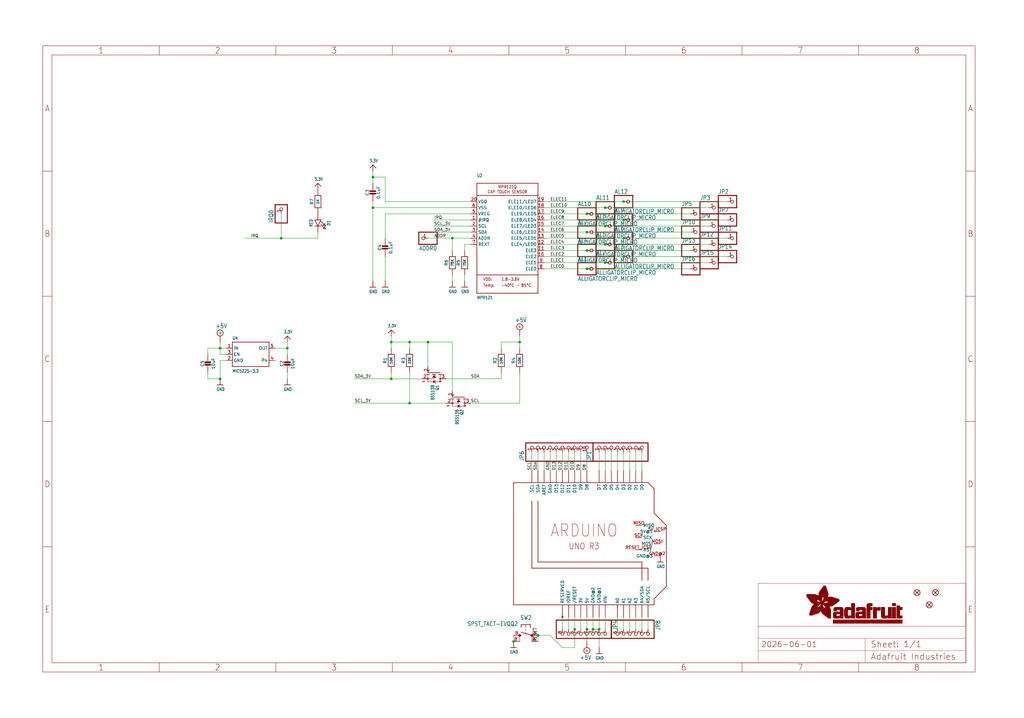
<source format=kicad_sch>
(kicad_sch (version 20230121) (generator eeschema)
  (paper "User" 425.45 298.602)
  (lib_symbols
    (symbol "working-eagle-import:+5V" (power)
      (property "Value" "+5V" (at -1.905 3.175 0))
      (symbol "+5V_1_0"
        (pin power_in line (at 0 -2.54 90) (length 2.54) (name "+5V") (number "1"))
      )
    )
    (symbol "working-eagle-import:3.3V" (power)
      (property "Value" "3.3V" (at -1.524 1.016 0))
      (symbol "3.3V_1_0"
        (pin power_in line (at 0 -2.54 90) (length 2.54) (name "3.3V") (number "1"))
      )
    )
    (symbol "working-eagle-import:ALLIGATORCLIP_MICRO"
      (property "Reference" "AL" (at -6.35 3.175 0))
      (symbol "ALLIGATORCLIP_MICRO_1_0"
        (pin passive inverted (at -2.54 0 0) (length 2.54) (name "1") (number "P$1"))
        (pin passive inverted (at -2.54 0 0) (length 2.54) (name "1") (number "P$2"))
      )
    )
    (symbol "working-eagle-import:ARDUINO_R3_ICSP"
      (symbol "ARDUINO_R3_ICSP_1_0"
        (text "ARDUINO" (at 15.24 27.94 0) (effects (font (size 5.08 4.318)) (justify left bottom)))
        (text "UNO R3" (at 22.86 22.86 0) (effects (font (size 2.54 2.159)) (justify left bottom)))
        (pin power_in line (at 27.94 -5.08 90) (length 5.08) (name "3V") (number "3V"))
        (pin power_in line (at 30.48 -5.08 90) (length 5.08) (name "5V") (number "5V"))
        (pin passive line (at 60.96 30.48 180) (length 2.54) (name "5V@1") (number "5V_ICSP"))
        (pin bidirectional line (at 43.18 -5.08 90) (length 5.08) (name "A0") (number "A0"))
        (pin bidirectional line (at 45.72 -5.08 90) (length 5.08) (name "A1") (number "A1"))
        (pin bidirectional line (at 48.26 -5.08 90) (length 5.08) (name "A2") (number "A2"))
        (pin bidirectional line (at 50.8 -5.08 90) (length 5.08) (name "A3") (number "A3"))
        (pin bidirectional line (at 53.34 -5.08 90) (length 5.08) (name "A4/SDA") (number "A4"))
        (pin bidirectional line (at 55.88 -5.08 90) (length 5.08) (name "A5/SCL") (number "A5"))
        (pin bidirectional line (at 12.7 55.88 270) (length 5.08) (name "AREF") (number "AREF"))
        (pin bidirectional line (at 53.34 55.88 270) (length 5.08) (name "D0") (number "D0"))
        (pin bidirectional line (at 50.8 55.88 270) (length 5.08) (name "D1") (number "D1"))
        (pin bidirectional line (at 25.4 55.88 270) (length 5.08) (name "D10") (number "D10"))
        (pin bidirectional line (at 22.86 55.88 270) (length 5.08) (name "D11") (number "D11"))
        (pin bidirectional line (at 20.32 55.88 270) (length 5.08) (name "D12") (number "D12"))
        (pin bidirectional line (at 17.78 55.88 270) (length 5.08) (name "D13") (number "D13"))
        (pin bidirectional line (at 48.26 55.88 270) (length 5.08) (name "D2") (number "D2"))
        (pin bidirectional line (at 45.72 55.88 270) (length 5.08) (name "D3") (number "D3"))
        (pin bidirectional line (at 43.18 55.88 270) (length 5.08) (name "D4") (number "D4"))
        (pin bidirectional line (at 40.64 55.88 270) (length 5.08) (name "D5") (number "D5"))
        (pin bidirectional line (at 38.1 55.88 270) (length 5.08) (name "D6") (number "D6"))
        (pin bidirectional line (at 35.56 55.88 270) (length 5.08) (name "D7") (number "D7"))
        (pin bidirectional line (at 30.48 55.88 270) (length 5.08) (name "D8") (number "D8"))
        (pin bidirectional line (at 27.94 55.88 270) (length 5.08) (name "D9") (number "D9"))
        (pin power_in line (at 15.24 55.88 270) (length 5.08) (name "GND") (number "GND"))
        (pin power_in line (at 33.02 -5.08 90) (length 5.08) (name "GND@2") (number "GND@1"))
        (pin passive line (at 60.96 20.32 180) (length 2.54) (name "GND@3") (number "GND@2"))
        (pin power_in line (at 35.56 -5.08 90) (length 5.08) (name "GND@1") (number "GND@3"))
        (pin output line (at 22.86 -5.08 90) (length 5.08) (name "IOREF") (number "IOREF"))
        (pin passive line (at 50.8 33.02 0) (length 2.54) (name "MISO") (number "MISO"))
        (pin passive line (at 60.96 25.4 180) (length 2.54) (name "MOSI") (number "MOSI"))
        (pin no_connect line (at 20.32 -5.08 90) (length 5.08) (name "RESERVED") (number "RESERVED"))
        (pin bidirectional line (at 25.4 -5.08 90) (length 5.08) (name "/RESET") (number "RESET"))
        (pin passive line (at 50.8 22.86 0) (length 2.54) (name "RST") (number "RESET_ICSP"))
        (pin passive line (at 50.8 27.94 0) (length 2.54) (name "SCK") (number "SCK"))
        (pin bidirectional line (at 7.62 55.88 270) (length 5.08) (name "SCL") (number "SCL"))
        (pin bidirectional line (at 10.16 55.88 270) (length 5.08) (name "SDA") (number "SDA"))
        (pin power_in line (at 38.1 -5.08 90) (length 5.08) (name "VIN") (number "VIN"))
      )
    )
    (symbol "working-eagle-import:CAP_CERAMIC0805-NOOUTLINE"
      (property "Reference" "C" (at -2.29 1.25 90))
      (symbol "CAP_CERAMIC0805-NOOUTLINE_1_0"
        (pin passive line (at 0 5.08 270) (length 2.54) (name "1") (number "1"))
        (pin passive line (at 0 -2.54 90) (length 2.54) (name "2") (number "2"))
      )
    )
    (symbol "working-eagle-import:FIDUCIAL{dblquote}{dblquote}")
    (symbol "working-eagle-import:FRAME_A3_ADAFRUIT"
      (symbol "FRAME_A3_ADAFRUIT_1_0"
        (text "${#}/${##}" (at 357.505 10.16 0) (effects (font (size 2.54 2.54)) (justify left bottom)))
        (text "${CURRENT_DATE}" (at 298.45 10.16 0) (effects (font (size 2.286 2.286)) (justify left bottom)))
        (text "${PROJECTNAME}" (at 298.45 15.24 0) (effects (font (size 2.54 2.54)) (justify left bottom)))
        (text "1" (at 24.2094 1.905 0) (effects (font (size 2.54 2.286))))
        (text "1" (at 24.2094 258.445 0) (effects (font (size 2.54 2.286))))
        (text "2" (at 72.6281 1.905 0) (effects (font (size 2.54 2.286))))
        (text "2" (at 72.6281 258.445 0) (effects (font (size 2.54 2.286))))
        (text "3" (at 121.0469 1.905 0) (effects (font (size 2.54 2.286))))
        (text "3" (at 121.0469 258.445 0) (effects (font (size 2.54 2.286))))
        (text "4" (at 169.4656 1.905 0) (effects (font (size 2.54 2.286))))
        (text "4" (at 169.4656 258.445 0) (effects (font (size 2.54 2.286))))
        (text "5" (at 217.8844 1.905 0) (effects (font (size 2.54 2.286))))
        (text "5" (at 217.8844 258.445 0) (effects (font (size 2.54 2.286))))
        (text "6" (at 266.3031 1.905 0) (effects (font (size 2.54 2.286))))
        (text "6" (at 266.3031 258.445 0) (effects (font (size 2.54 2.286))))
        (text "7" (at 314.7219 1.905 0) (effects (font (size 2.54 2.286))))
        (text "7" (at 314.7219 258.445 0) (effects (font (size 2.54 2.286))))
        (text "8" (at 363.1406 1.905 0) (effects (font (size 2.54 2.286))))
        (text "8" (at 363.1406 258.445 0) (effects (font (size 2.54 2.286))))
        (text "A" (at 1.905 234.315 0) (effects (font (size 2.54 2.286))))
        (text "A" (at 385.445 234.315 0) (effects (font (size 2.54 2.286))))
        (text "Adafruit Industries" (at 343.916 4.953 0) (effects (font (size 2.54 2.54)) (justify left bottom)))
        (text "B" (at 1.905 182.245 0) (effects (font (size 2.54 2.286))))
        (text "B" (at 385.445 182.245 0) (effects (font (size 2.54 2.286))))
        (text "C" (at 1.905 130.175 0) (effects (font (size 2.54 2.286))))
        (text "C" (at 385.445 130.175 0) (effects (font (size 2.54 2.286))))
        (text "D" (at 1.905 78.105 0) (effects (font (size 2.54 2.286))))
        (text "D" (at 385.445 78.105 0) (effects (font (size 2.54 2.286))))
        (text "E" (at 1.905 26.035 0) (effects (font (size 2.54 2.286))))
        (text "E" (at 385.445 26.035 0) (effects (font (size 2.54 2.286))))
        (text "Sheet:" (at 343.916 10.033 0) (effects (font (size 2.54 2.54)) (justify left bottom)))
      )
    )
    (symbol "working-eagle-import:GND" (power)
      (property "Value" "GND" (at -1.524 -2.54 0))
      (symbol "GND_1_0"
        (pin power_in line (at 0 2.54 270) (length 2.54) (name "GND") (number "1"))
      )
    )
    (symbol "working-eagle-import:HEADER-1X1070MIL"
      (property "Reference" "JP" (at -6.35 13.335 0))
      (symbol "HEADER-1X1070MIL_1_0"
        (pin passive inverted (at -2.54 10.16 0) (length 2.54) (name "1") (number "1"))
        (pin passive inverted (at -2.54 -12.7 0) (length 2.54) (name "10") (number "10"))
        (pin passive inverted (at -2.54 7.62 0) (length 2.54) (name "2") (number "2"))
        (pin passive inverted (at -2.54 5.08 0) (length 2.54) (name "3") (number "3"))
        (pin passive inverted (at -2.54 2.54 0) (length 2.54) (name "4") (number "4"))
        (pin passive inverted (at -2.54 0 0) (length 2.54) (name "5") (number "5"))
        (pin passive inverted (at -2.54 -2.54 0) (length 2.54) (name "6") (number "6"))
        (pin passive inverted (at -2.54 -5.08 0) (length 2.54) (name "7") (number "7"))
        (pin passive inverted (at -2.54 -7.62 0) (length 2.54) (name "8") (number "8"))
        (pin passive inverted (at -2.54 -10.16 0) (length 2.54) (name "9") (number "9"))
      )
    )
    (symbol "working-eagle-import:HEADER-1X1ROUND"
      (property "Reference" "JP" (at -6.35 3.175 0))
      (symbol "HEADER-1X1ROUND_1_0"
        (pin passive inverted (at -2.54 0 0) (length 2.54) (name "1") (number "1"))
      )
    )
    (symbol "working-eagle-import:LED0805_NOOUTLINE"
      (property "Reference" "D" (at -1.27 4.445 0))
      (symbol "LED0805_NOOUTLINE_1_0"
        (pin passive line (at -5.08 0 0) (length 2.54) (name "A") (number "A"))
        (pin passive line (at 2.54 0 180) (length 2.54) (name "C") (number "C"))
      )
    )
    (symbol "working-eagle-import:MOSFET-NWIDE"
      (property "Reference" "Q" (at 5.08 0.635 0))
      (symbol "MOSFET-NWIDE_1_0"
        (text "D" (at 3.175 3.175 0) (effects (font (size 0.8128 0.6908)) (justify left bottom)))
        (text "G" (at -1.27 -1.905 0) (effects (font (size 0.8128 0.6908)) (justify left bottom)))
        (text "S" (at 3.175 -3.81 0) (effects (font (size 0.8128 0.6908)) (justify left bottom)))
        (pin bidirectional line (at -2.54 -2.54 0) (length 2.54) (name "G") (number "1"))
        (pin bidirectional line (at 2.54 -5.08 90) (length 2.54) (name "S") (number "2"))
        (pin bidirectional line (at 2.54 5.08 270) (length 2.54) (name "D") (number "3"))
      )
    )
    (symbol "working-eagle-import:MPR121Q"
      (property "Reference" "U" (at -12.7 22.86 0))
      (symbol "MPR121Q_1_0"
        (text "-40°C - 85°C" (at -2.54 -22.86 0) (effects (font (size 1.27 1.0795)) (justify left bottom)))
        (text "1.8-3.6V" (at -2.54 -20.32 0) (effects (font (size 1.27 1.0795)) (justify left bottom)))
        (text "MPR121Q\nCAP TOUCH SENSOR" (at 0 17.78 0) (effects (font (size 1.27 1.0795))))
        (text "Temp:" (at -10.16 -22.86 0) (effects (font (size 1.27 1.0795)) (justify left bottom)))
        (text "VDD:" (at -10.16 -20.32 0) (effects (font (size 1.27 1.0795)) (justify left bottom)))
        (pin bidirectional line (at -15.24 5.08 0) (length 2.54) (name "#IRQ") (number "1"))
        (pin bidirectional line (at 15.24 -10.16 180) (length 2.54) (name "ELE2") (number "10"))
        (pin bidirectional line (at 15.24 -7.62 180) (length 2.54) (name "ELE3") (number "11"))
        (pin bidirectional line (at 15.24 -5.08 180) (length 2.54) (name "ELE4/LED0") (number "12"))
        (pin bidirectional line (at 15.24 -2.54 180) (length 2.54) (name "ELE5/LED1") (number "13"))
        (pin bidirectional line (at 15.24 0 180) (length 2.54) (name "ELE6/LED2") (number "14"))
        (pin bidirectional line (at 15.24 2.54 180) (length 2.54) (name "ELE7/LED3") (number "15"))
        (pin bidirectional line (at 15.24 5.08 180) (length 2.54) (name "ELE8/LED4") (number "16"))
        (pin bidirectional line (at 15.24 7.62 180) (length 2.54) (name "ELE9/LED5") (number "17"))
        (pin bidirectional line (at 15.24 10.16 180) (length 2.54) (name "ELE10/LED6") (number "18"))
        (pin bidirectional line (at 15.24 12.7 180) (length 2.54) (name "ELE11/LED7") (number "19"))
        (pin bidirectional line (at -15.24 2.54 0) (length 2.54) (name "SCL") (number "2"))
        (pin power_in line (at -15.24 12.7 0) (length 2.54) (name "VDD") (number "20"))
        (pin bidirectional line (at -15.24 0 0) (length 2.54) (name "SDA") (number "3"))
        (pin bidirectional line (at -15.24 -2.54 0) (length 2.54) (name "ADDR") (number "4"))
        (pin bidirectional line (at -15.24 7.62 0) (length 2.54) (name "VREG") (number "5"))
        (pin power_in line (at -15.24 10.16 0) (length 2.54) (name "VSS") (number "6"))
        (pin bidirectional line (at -15.24 -5.08 0) (length 2.54) (name "REXT") (number "7"))
        (pin bidirectional line (at 15.24 -15.24 180) (length 2.54) (name "ELE0") (number "8"))
        (pin bidirectional line (at 15.24 -12.7 180) (length 2.54) (name "ELE1") (number "9"))
      )
    )
    (symbol "working-eagle-import:PINHD-1X6CB"
      (property "Reference" "JP" (at -6.35 10.795 0))
      (symbol "PINHD-1X6CB_1_0"
        (pin passive inverted (at -2.54 7.62 0) (length 2.54) (name "1") (number "1"))
        (pin passive inverted (at -2.54 5.08 0) (length 2.54) (name "2") (number "2"))
        (pin passive inverted (at -2.54 2.54 0) (length 2.54) (name "3") (number "3"))
        (pin passive inverted (at -2.54 0 0) (length 2.54) (name "4") (number "4"))
        (pin passive inverted (at -2.54 -2.54 0) (length 2.54) (name "5") (number "5"))
        (pin passive inverted (at -2.54 -5.08 0) (length 2.54) (name "6") (number "6"))
      )
    )
    (symbol "working-eagle-import:PINHD-1X8CLEANBIG"
      (property "Reference" "JP" (at -6.35 10.795 0))
      (symbol "PINHD-1X8CLEANBIG_1_0"
        (pin passive inverted (at -2.54 7.62 0) (length 2.54) (name "1") (number "1"))
        (pin passive inverted (at -2.54 5.08 0) (length 2.54) (name "2") (number "2"))
        (pin passive inverted (at -2.54 2.54 0) (length 2.54) (name "3") (number "3"))
        (pin passive inverted (at -2.54 0 0) (length 2.54) (name "4") (number "4"))
        (pin passive inverted (at -2.54 -2.54 0) (length 2.54) (name "5") (number "5"))
        (pin passive inverted (at -2.54 -5.08 0) (length 2.54) (name "6") (number "6"))
        (pin passive inverted (at -2.54 -7.62 0) (length 2.54) (name "7") (number "7"))
        (pin passive inverted (at -2.54 -10.16 0) (length 2.54) (name "8") (number "8"))
      )
    )
    (symbol "working-eagle-import:RESISTOR0805_NOOUTLINE"
      (property "Reference" "R" (at 0 2.54 0))
      (symbol "RESISTOR0805_NOOUTLINE_1_0"
        (pin passive line (at -5.08 0 0) (length 2.54) (name "1") (number "1"))
        (pin passive line (at 5.08 0 180) (length 2.54) (name "2") (number "2"))
      )
    )
    (symbol "working-eagle-import:SPST_TACT-EVQQ2"
      (property "Reference" "SW" (at -6.35 -2.54 90))
      (symbol "SPST_TACT-EVQQ2_1_0"
        (pin passive line (at 0 -5.08 90) (length 2.54) (name "P") (number "A"))
        (pin passive line (at 2.54 -5.08 90) (length 2.54) (name "P1") (number "A'"))
        (pin passive line (at 0 5.08 270) (length 2.54) (name "S") (number "B"))
        (pin passive line (at 2.54 5.08 270) (length 2.54) (name "S1") (number "B'"))
      )
    )
    (symbol "working-eagle-import:VREG_SOT23-5"
      (property "Reference" "U" (at -7.62 6.096 0))
      (symbol "VREG_SOT23-5_1_0"
        (pin power_in line (at -10.16 2.54 0) (length 2.54) (name "IN") (number "1"))
        (pin power_in line (at -10.16 -2.54 0) (length 2.54) (name "GND") (number "2"))
        (pin input line (at -10.16 0 0) (length 2.54) (name "EN") (number "3"))
        (pin bidirectional line (at 10.16 -2.54 180) (length 2.54) (name "P4") (number "4"))
        (pin power_in line (at 10.16 2.54 180) (length 2.54) (name "OUT") (number "5"))
      )
    )
  )
  (junction (at 162.56 142.24))
  (junction (at 243.84 96.52))
  (junction (at 251.46 86.36))
  (junction (at 170.18 167.64))
  (junction (at 246.38 261.62))
  (junction (at 248.92 261.62))
  (junction (at 251.46 101.6))
  (junction (at 91.44 144.78))
  (junction (at 119.38 144.78))
  (junction (at 259.08 99.06))
  (junction (at 243.84 111.76))
  (junction (at 251.46 109.22))
  (junction (at 215.9 142.24))
  (junction (at 223.52 264.16))
  (junction (at 243.84 88.9))
  (junction (at 259.08 106.68))
  (junction (at 154.94 73.66))
  (junction (at 116.84 99.06))
  (junction (at 187.96 99.06))
  (junction (at 162.56 157.48))
  (junction (at 238.76 261.62))
  (junction (at 259.08 83.82))
  (junction (at 243.84 261.62))
  (junction (at 91.44 157.48))
  (junction (at 259.08 91.44))
  (junction (at 170.18 142.24))
  (junction (at 251.46 93.98))
  (junction (at 154.94 86.36))
  (junction (at 177.8 142.24))
  (junction (at 213.36 266.7))
  (junction (at 243.84 104.14))
  (wire (pts (xy 238.76 261.62) (xy 238.76 269.24)) (stroke (width 0.1524)))
  (wire (pts (xy 243.84 111.76) (xy 287.02 111.76)) (stroke (width 0.1524)))
  (wire (pts (xy 223.52 187.96) (xy 223.52 195.58)) (stroke (width 0.1524)))
  (wire (pts (xy 195.58 83.82) (xy 160.02 83.82)) (stroke (width 0.1524)))
  (wire (pts (xy 261.62 261.62) (xy 261.62 256.54)) (stroke (width 0.1524)))
  (wire (pts (xy 154.94 83.82) (xy 154.94 86.36)) (stroke (width 0.1524)))
  (wire (pts (xy 86.36 147.32) (xy 86.36 144.78)) (stroke (width 0.1524)))
  (wire (pts (xy 162.56 144.78) (xy 162.56 142.24)) (stroke (width 0.1524)))
  (wire (pts (xy 226.06 99.06) (xy 259.08 99.06)) (stroke (width 0.1524)))
  (wire (pts (xy 246.38 261.62) (xy 248.92 261.62)) (stroke (width 0.1524)))
  (wire (pts (xy 119.38 154.94) (xy 119.38 157.48)) (stroke (width 0.1524)))
  (wire (pts (xy 259.08 99.06) (xy 302.26 99.06)) (stroke (width 0.1524)))
  (wire (pts (xy 91.44 149.86) (xy 91.44 157.48)) (stroke (width 0.1524)))
  (wire (pts (xy 160.02 88.9) (xy 160.02 99.06)) (stroke (width 0.1524)))
  (wire (pts (xy 215.9 144.78) (xy 215.9 142.24)) (stroke (width 0.1524)))
  (wire (pts (xy 119.38 144.78) (xy 119.38 147.32)) (stroke (width 0.1524)))
  (wire (pts (xy 231.14 195.58) (xy 231.14 187.96)) (stroke (width 0.1524)))
  (wire (pts (xy 215.9 142.24) (xy 215.9 139.7)) (stroke (width 0.1524)))
  (wire (pts (xy 154.94 76.2) (xy 154.94 73.66)) (stroke (width 0.1524)))
  (wire (pts (xy 236.22 261.62) (xy 236.22 256.54)) (stroke (width 0.1524)))
  (wire (pts (xy 162.56 139.7) (xy 162.56 142.24)) (stroke (width 0.1524)))
  (wire (pts (xy 259.08 106.68) (xy 302.26 106.68)) (stroke (width 0.1524)))
  (wire (pts (xy 294.64 101.6) (xy 251.46 101.6)) (stroke (width 0.1524)))
  (wire (pts (xy 195.58 167.64) (xy 215.9 167.64)) (stroke (width 0.1524)))
  (wire (pts (xy 251.46 93.98) (xy 294.64 93.98)) (stroke (width 0.1524)))
  (wire (pts (xy 238.76 187.96) (xy 238.76 195.58)) (stroke (width 0.1524)))
  (wire (pts (xy 185.42 157.48) (xy 208.28 157.48)) (stroke (width 0.1524)))
  (wire (pts (xy 116.84 99.06) (xy 101.6 99.06)) (stroke (width 0.1524)))
  (wire (pts (xy 238.76 261.62) (xy 238.76 256.54)) (stroke (width 0.1524)))
  (wire (pts (xy 259.08 187.96) (xy 259.08 195.58)) (stroke (width 0.1524)))
  (wire (pts (xy 226.06 83.82) (xy 259.08 83.82)) (stroke (width 0.1524)))
  (wire (pts (xy 294.64 86.36) (xy 251.46 86.36)) (stroke (width 0.1524)))
  (wire (pts (xy 195.58 101.6) (xy 193.04 101.6)) (stroke (width 0.1524)))
  (wire (pts (xy 261.62 187.96) (xy 261.62 195.58)) (stroke (width 0.1524)))
  (wire (pts (xy 187.96 114.3) (xy 187.96 116.84)) (stroke (width 0.1524)))
  (wire (pts (xy 264.16 261.62) (xy 264.16 256.54)) (stroke (width 0.1524)))
  (wire (pts (xy 160.02 83.82) (xy 160.02 73.66)) (stroke (width 0.1524)))
  (wire (pts (xy 93.98 144.78) (xy 91.44 144.78)) (stroke (width 0.1524)))
  (wire (pts (xy 254 187.96) (xy 254 195.58)) (stroke (width 0.1524)))
  (wire (pts (xy 226.06 91.44) (xy 259.08 91.44)) (stroke (width 0.1524)))
  (wire (pts (xy 114.3 144.78) (xy 119.38 144.78)) (stroke (width 0.1524)))
  (wire (pts (xy 238.76 269.24) (xy 233.68 269.24)) (stroke (width 0.1524)))
  (wire (pts (xy 243.84 261.62) (xy 243.84 266.7)) (stroke (width 0.1524)))
  (wire (pts (xy 223.52 264.16) (xy 223.52 266.7)) (stroke (width 0.1524)))
  (wire (pts (xy 208.28 144.78) (xy 208.28 142.24)) (stroke (width 0.1524)))
  (wire (pts (xy 259.08 261.62) (xy 259.08 256.54)) (stroke (width 0.1524)))
  (wire (pts (xy 185.42 167.64) (xy 170.18 167.64)) (stroke (width 0.1524)))
  (wire (pts (xy 251.46 195.58) (xy 251.46 187.96)) (stroke (width 0.1524)))
  (wire (pts (xy 241.3 195.58) (xy 241.3 187.96)) (stroke (width 0.1524)))
  (wire (pts (xy 195.58 88.9) (xy 160.02 88.9)) (stroke (width 0.1524)))
  (wire (pts (xy 226.06 88.9) (xy 243.84 88.9)) (stroke (width 0.1524)))
  (wire (pts (xy 187.96 142.24) (xy 187.96 162.56)) (stroke (width 0.1524)))
  (wire (pts (xy 226.06 86.36) (xy 251.46 86.36)) (stroke (width 0.1524)))
  (wire (pts (xy 302.26 91.44) (xy 259.08 91.44)) (stroke (width 0.1524)))
  (wire (pts (xy 91.44 147.32) (xy 91.44 144.78)) (stroke (width 0.1524)))
  (wire (pts (xy 215.9 167.64) (xy 215.9 154.94)) (stroke (width 0.1524)))
  (wire (pts (xy 266.7 187.96) (xy 266.7 195.58)) (stroke (width 0.1524)))
  (wire (pts (xy 195.58 99.06) (xy 187.96 99.06)) (stroke (width 0.1524)))
  (wire (pts (xy 93.98 149.86) (xy 91.44 149.86)) (stroke (width 0.1524)))
  (wire (pts (xy 226.06 187.96) (xy 226.06 195.58)) (stroke (width 0.1524)))
  (wire (pts (xy 226.06 109.22) (xy 251.46 109.22)) (stroke (width 0.1524)))
  (wire (pts (xy 162.56 157.48) (xy 147.32 157.48)) (stroke (width 0.1524)))
  (wire (pts (xy 177.8 142.24) (xy 177.8 152.4)) (stroke (width 0.1524)))
  (wire (pts (xy 233.68 261.62) (xy 233.68 256.54)) (stroke (width 0.1524)))
  (wire (pts (xy 177.8 142.24) (xy 187.96 142.24)) (stroke (width 0.1524)))
  (wire (pts (xy 193.04 114.3) (xy 193.04 116.84)) (stroke (width 0.1524)))
  (wire (pts (xy 132.08 99.06) (xy 116.84 99.06)) (stroke (width 0.1524)))
  (wire (pts (xy 243.84 187.96) (xy 243.84 195.58)) (stroke (width 0.1524)))
  (wire (pts (xy 86.36 154.94) (xy 86.36 157.48)) (stroke (width 0.1524)))
  (wire (pts (xy 195.58 93.98) (xy 180.34 93.98)) (stroke (width 0.1524)))
  (wire (pts (xy 193.04 101.6) (xy 193.04 104.14)) (stroke (width 0.1524)))
  (wire (pts (xy 187.96 99.06) (xy 177.8 99.06)) (stroke (width 0.1524)))
  (wire (pts (xy 170.18 167.64) (xy 147.32 167.64)) (stroke (width 0.1524)))
  (wire (pts (xy 246.38 261.62) (xy 246.38 256.54)) (stroke (width 0.1524)))
  (wire (pts (xy 287.02 96.52) (xy 243.84 96.52)) (stroke (width 0.1524)))
  (wire (pts (xy 287.02 104.14) (xy 243.84 104.14)) (stroke (width 0.1524)))
  (wire (pts (xy 160.02 73.66) (xy 154.94 73.66)) (stroke (width 0.1524)))
  (wire (pts (xy 236.22 195.58) (xy 236.22 187.96)) (stroke (width 0.1524)))
  (wire (pts (xy 266.7 261.62) (xy 266.7 256.54)) (stroke (width 0.1524)))
  (wire (pts (xy 226.06 93.98) (xy 251.46 93.98)) (stroke (width 0.1524)))
  (wire (pts (xy 269.24 261.62) (xy 269.24 256.54)) (stroke (width 0.1524)))
  (wire (pts (xy 195.58 96.52) (xy 180.34 96.52)) (stroke (width 0.1524)))
  (wire (pts (xy 251.46 261.62) (xy 251.46 256.54)) (stroke (width 0.1524)))
  (wire (pts (xy 162.56 154.94) (xy 162.56 157.48)) (stroke (width 0.1524)))
  (wire (pts (xy 170.18 142.24) (xy 177.8 142.24)) (stroke (width 0.1524)))
  (wire (pts (xy 132.08 99.06) (xy 132.08 96.52)) (stroke (width 0.1524)))
  (wire (pts (xy 233.68 269.24) (xy 228.6 264.16)) (stroke (width 0.1524)))
  (wire (pts (xy 208.28 142.24) (xy 215.9 142.24)) (stroke (width 0.1524)))
  (wire (pts (xy 162.56 142.24) (xy 170.18 142.24)) (stroke (width 0.1524)))
  (wire (pts (xy 248.92 261.62) (xy 248.92 269.24)) (stroke (width 0.1524)))
  (wire (pts (xy 119.38 144.78) (xy 119.38 142.24)) (stroke (width 0.1524)))
  (wire (pts (xy 226.06 101.6) (xy 251.46 101.6)) (stroke (width 0.1524)))
  (wire (pts (xy 228.6 264.16) (xy 223.52 264.16)) (stroke (width 0.1524)))
  (wire (pts (xy 243.84 88.9) (xy 287.02 88.9)) (stroke (width 0.1524)))
  (wire (pts (xy 175.26 157.48) (xy 162.56 157.48)) (stroke (width 0.1524)))
  (wire (pts (xy 86.36 144.78) (xy 91.44 144.78)) (stroke (width 0.1524)))
  (wire (pts (xy 116.84 88.9) (xy 116.84 99.06)) (stroke (width 0.1524)))
  (wire (pts (xy 228.6 187.96) (xy 228.6 195.58)) (stroke (width 0.1524)))
  (wire (pts (xy 243.84 261.62) (xy 243.84 256.54)) (stroke (width 0.1524)))
  (wire (pts (xy 195.58 86.36) (xy 154.94 86.36)) (stroke (width 0.1524)))
  (wire (pts (xy 264.16 187.96) (xy 264.16 195.58)) (stroke (width 0.1524)))
  (wire (pts (xy 256.54 195.58) (xy 256.54 187.96)) (stroke (width 0.1524)))
  (wire (pts (xy 170.18 144.78) (xy 170.18 142.24)) (stroke (width 0.1524)))
  (wire (pts (xy 195.58 91.44) (xy 180.34 91.44)) (stroke (width 0.1524)))
  (wire (pts (xy 259.08 83.82) (xy 302.26 83.82)) (stroke (width 0.1524)))
  (wire (pts (xy 248.92 261.62) (xy 248.92 256.54)) (stroke (width 0.1524)))
  (wire (pts (xy 294.64 109.22) (xy 251.46 109.22)) (stroke (width 0.1524)))
  (wire (pts (xy 170.18 154.94) (xy 170.18 167.64)) (stroke (width 0.1524)))
  (wire (pts (xy 93.98 147.32) (xy 91.44 147.32)) (stroke (width 0.1524)))
  (wire (pts (xy 154.94 86.36) (xy 154.94 116.84)) (stroke (width 0.1524)))
  (wire (pts (xy 256.54 261.62) (xy 256.54 256.54)) (stroke (width 0.1524)))
  (wire (pts (xy 241.3 261.62) (xy 241.3 256.54)) (stroke (width 0.1524)))
  (wire (pts (xy 226.06 111.76) (xy 243.84 111.76)) (stroke (width 0.1524)))
  (wire (pts (xy 187.96 99.06) (xy 187.96 104.14)) (stroke (width 0.1524)))
  (wire (pts (xy 226.06 106.68) (xy 259.08 106.68)) (stroke (width 0.1524)))
  (wire (pts (xy 86.36 157.48) (xy 91.44 157.48)) (stroke (width 0.1524)))
  (wire (pts (xy 154.94 73.66) (xy 154.94 71.12)) (stroke (width 0.1524)))
  (wire (pts (xy 226.06 104.14) (xy 243.84 104.14)) (stroke (width 0.1524)))
  (wire (pts (xy 220.98 187.96) (xy 220.98 195.58)) (stroke (width 0.1524)))
  (wire (pts (xy 233.68 187.96) (xy 233.68 195.58)) (stroke (width 0.1524)))
  (wire (pts (xy 226.06 96.52) (xy 243.84 96.52)) (stroke (width 0.1524)))
  (wire (pts (xy 160.02 106.68) (xy 160.02 116.84)) (stroke (width 0.1524)))
  (wire (pts (xy 248.92 187.96) (xy 248.92 195.58)) (stroke (width 0.1524)))
  (wire (pts (xy 213.36 264.16) (xy 213.36 266.7)) (stroke (width 0.1524)))
  (wire (pts (xy 91.44 144.78) (xy 91.44 142.24)) (stroke (width 0.1524)))
  (wire (pts (xy 208.28 157.48) (xy 208.28 154.94)) (stroke (width 0.1524)))
  (label "ELEC3" (at 228.6 104.14 0) (effects (font (size 1.2446 1.2446))))
  (label "ELEC11" (at 228.6 83.82 0) (effects (font (size 1.2446 1.2446))))
  (label "ADDR" (at 180.34 99.06 0) (effects (font (size 1.2446 1.2446))))
  (label "ELEC9" (at 228.6 88.9 0) (effects (font (size 1.2446 1.2446))))
  (label "ELEC8" (at 228.6 91.44 0) (effects (font (size 1.2446 1.2446))))
  (label "ELEC6" (at 228.6 96.52 0) (effects (font (size 1.2446 1.2446))))
  (label "SCL" (at 195.58 167.64 0) (effects (font (size 1.2446 1.2446))))
  (label "ELEC5" (at 228.6 99.06 0) (effects (font (size 1.2446 1.2446))))
  (label "SDA_3V" (at 147.32 157.48 0) (effects (font (size 1.2446 1.2446))))
  (label "ELEC4" (at 228.6 101.6 0) (effects (font (size 1.2446 1.2446))))
  (label "ELEC1" (at 228.6 109.22 0) (effects (font (size 1.2446 1.2446))))
  (label "SCL_3V" (at 147.32 167.64 0) (effects (font (size 1.2446 1.2446))))
  (label "SDA_3V" (at 180.34 96.52 0) (effects (font (size 1.2446 1.2446))))
  (label "IRQ" (at 180.34 91.44 0) (effects (font (size 1.2446 1.2446))))
  (label "D9" (at 241.3 195.58 90) (effects (font (size 1.2446 1.2446))))
  (label "SCL" (at 220.98 195.58 90) (effects (font (size 1.2446 1.2446))))
  (label "ELEC10" (at 228.6 86.36 0) (effects (font (size 1.2446 1.2446))))
  (label "SDA" (at 195.58 157.48 0) (effects (font (size 1.2446 1.2446))))
  (label "~{RESET}" (at 223.52 266.7 90) (effects (font (size 1.2446 1.2446))))
  (label "D10" (at 238.76 195.58 90) (effects (font (size 1.2446 1.2446))))
  (label "GND" (at 228.6 195.58 90) (effects (font (size 1.2446 1.2446))))
  (label "D13" (at 231.14 195.58 90) (effects (font (size 1.2446 1.2446))))
  (label "ELEC0" (at 228.6 111.76 0) (effects (font (size 1.2446 1.2446))))
  (label "D8" (at 243.84 195.58 90) (effects (font (size 1.2446 1.2446))))
  (label "SCL_3V" (at 180.34 93.98 0) (effects (font (size 1.2446 1.2446))))
  (label "IRQ" (at 104.14 99.06 0) (effects (font (size 1.2446 1.2446))))
  (label "ELEC7" (at 228.6 93.98 0) (effects (font (size 1.2446 1.2446))))
  (label "ELEC2" (at 228.6 106.68 0) (effects (font (size 1.2446 1.2446))))
  (label "D11" (at 236.22 195.58 90) (effects (font (size 1.2446 1.2446))))
  (label "SDA" (at 223.52 195.58 90) (effects (font (size 1.2446 1.2446))))
  (label "D12" (at 233.68 195.58 90) (effects (font (size 1.2446 1.2446))))
  (symbol (lib_id "working-eagle-import:HEADER-1X1ROUND") (at 289.56 88.9 0) (unit 1)
    (property "Reference" "JP5" (at 283.21 85.725 0) (effects (font (size 1.778 1.5113)) (justify left bottom)))
    (property "Value" "HEADER-1X1ROUND" (effects hide))
    (property "Footprint" "working:1X01_ROUND" (effects hide))
  )
  (symbol (lib_id "working-eagle-import:HEADER-1X1ROUND") (at 289.56 104.14 0) (unit 1)
    (property "Reference" "JP13" (at 283.21 100.965 0) (effects (font (size 1.778 1.5113)) (justify left bottom)))
    (property "Value" "HEADER-1X1ROUND" (effects hide))
    (property "Footprint" "working:1X01_ROUND" (effects hide))
  )
  (symbol (lib_id "working-eagle-import:ALLIGATORCLIP_MICRO") (at 261.62 83.82 0) (unit 1)
    (property "Reference" "AL12" (at 255.27 80.645 0) (effects (font (size 1.778 1.5113)) (justify left bottom)))
    (property "Value" "ALLIGATORCLIP_MICRO" (at 255.27 88.9 0) (effects (font (size 1.778 1.5113)) (justify left bottom)))
    (property "Footprint" "working:ALLIGATORCLIP" (effects hide))
  )
  (symbol (lib_id "working-eagle-import:LED0805_NOOUTLINE") (at 132.08 93.98 270) (unit 1)
    (property "Reference" "D1" (at 136.525 92.71 0) (effects (font (size 1.27 1.0795))))
    (property "Value" "RED" (at 129.286 92.71 0) (effects (font (size 1.27 1.0795))))
    (property "Footprint" "working:CHIPLED_0805_NOOUTLINE" (effects hide))
  )
  (symbol (lib_id "working-eagle-import:ARDUINO_R3_ICSP") (at 213.36 251.46 0) (unit 1)
    (property "Reference" "U$41" (effects hide))
    (property "Value" "ARDUINO_R3_ICSP" (effects hide))
    (property "Footprint" "working:ARDUINOR3_ICSP" (effects hide))
  )
  (symbol (lib_id "working-eagle-import:MPR121Q") (at 210.82 96.52 0) (unit 1)
    (property "Reference" "U2" (at 198.12 73.66 0) (effects (font (size 1.27 1.0795)) (justify left bottom)))
    (property "Value" "MPR121" (at 198.12 124.46 0) (effects (font (size 1.27 1.0795)) (justify left bottom)))
    (property "Footprint" "working:QFN20_3MM_NOTHERMAL" (effects hide))
  )
  (symbol (lib_id "working-eagle-import:ALLIGATORCLIP_MICRO") (at 261.62 106.68 0) (unit 1)
    (property "Reference" "AL3" (at 255.27 103.505 0) (effects (font (size 1.778 1.5113)) (justify left bottom)))
    (property "Value" "ALLIGATORCLIP_MICRO" (at 255.27 111.76 0) (effects (font (size 1.778 1.5113)) (justify left bottom)))
    (property "Footprint" "working:ALLIGATORCLIP" (effects hide))
  )
  (symbol (lib_id "working-eagle-import:SPST_TACT-EVQQ2") (at 218.44 264.16 90) (mirror x) (unit 1)
    (property "Reference" "SW2" (at 220.98 257.81 90) (effects (font (size 1.778 1.5113)) (justify left bottom)))
    (property "Value" "SPST_TACT-EVQQ2" (at 215.265 260.35 90) (effects (font (size 1.778 1.5113)) (justify left bottom)))
    (property "Footprint" "working:EVQ-Q2" (effects hide))
  )
  (symbol (lib_id "working-eagle-import:ALLIGATORCLIP_MICRO") (at 246.38 104.14 0) (unit 1)
    (property "Reference" "AL4" (at 240.03 100.965 0) (effects (font (size 1.778 1.5113)) (justify left bottom)))
    (property "Value" "ALLIGATORCLIP_MICRO" (at 240.03 109.22 0) (effects (font (size 1.778 1.5113)) (justify left bottom)))
    (property "Footprint" "working:ALLIGATORCLIP" (effects hide))
  )
  (symbol (lib_id "working-eagle-import:GND") (at 274.32 233.68 0) (unit 1)
    (property "Reference" "#U$44" (effects hide))
    (property "Value" "GND" (at 272.796 236.22 0) (effects (font (size 1.27 1.0795)) (justify left bottom)))
  )
  (symbol (lib_id "working-eagle-import:GND") (at 91.44 160.02 0) (unit 1)
    (property "Reference" "#U$19" (effects hide))
    (property "Value" "GND" (at 89.916 162.56 0) (effects (font (size 1.27 1.0795)) (justify left bottom)))
  )
  (symbol (lib_id "working-eagle-import:CAP_CERAMIC0805-NOOUTLINE") (at 160.02 104.14 0) (unit 1)
    (property "Reference" "C4" (at 157.73 102.89 90))
    (property "Value" "0.1uF" (at 162.32 102.89 90))
    (property "Footprint" "working:0805-NO" (effects hide))
  )
  (symbol (lib_id "working-eagle-import:RESISTOR0805_NOOUTLINE") (at 162.56 149.86 90) (unit 1)
    (property "Reference" "R1" (at 160.02 149.86 0))
    (property "Value" "10K" (at 162.56 149.86 0) (effects (font (size 1.016 1.016) bold)))
    (property "Footprint" "working:0805-NO" (effects hide))
  )
  (symbol (lib_id "working-eagle-import:ALLIGATORCLIP_MICRO") (at 261.62 91.44 0) (unit 1)
    (property "Reference" "AL9" (at 255.27 88.265 0) (effects (font (size 1.778 1.5113)) (justify left bottom)))
    (property "Value" "ALLIGATORCLIP_MICRO" (at 255.27 96.52 0) (effects (font (size 1.778 1.5113)) (justify left bottom)))
    (property "Footprint" "working:ALLIGATORCLIP" (effects hide))
  )
  (symbol (lib_id "working-eagle-import:ALLIGATORCLIP_MICRO") (at 254 101.6 0) (unit 1)
    (property "Reference" "AL5" (at 247.65 98.425 0) (effects (font (size 1.778 1.5113)) (justify left bottom)))
    (property "Value" "ALLIGATORCLIP_MICRO" (at 247.65 106.68 0) (effects (font (size 1.778 1.5113)) (justify left bottom)))
    (property "Footprint" "working:ALLIGATORCLIP" (effects hide))
  )
  (symbol (lib_id "working-eagle-import:HEADER-1X1ROUND") (at 297.18 101.6 0) (unit 1)
    (property "Reference" "JP12" (at 290.83 98.425 0) (effects (font (size 1.778 1.5113)) (justify left bottom)))
    (property "Value" "HEADER-1X1ROUND" (effects hide))
    (property "Footprint" "working:1X01_ROUND" (effects hide))
  )
  (symbol (lib_id "working-eagle-import:GND") (at 187.96 119.38 0) (unit 1)
    (property "Reference" "#U$6" (effects hide))
    (property "Value" "GND" (at 186.436 121.92 0) (effects (font (size 1.27 1.0795)) (justify left bottom)))
  )
  (symbol (lib_id "working-eagle-import:FIDUCIAL{dblquote}{dblquote}") (at 388.62 246.38 0) (unit 1)
    (property "Reference" "FID1" (effects hide))
    (property "Value" "FIDUCIAL{dblquote}{dblquote}" (effects hide))
    (property "Footprint" "working:FIDUCIAL_1MM" (effects hide))
    (property "BOM" "EXCLUDE" (effects hide))
  )
  (symbol (lib_id "working-eagle-import:RESISTOR0805_NOOUTLINE") (at 208.28 149.86 90) (unit 1)
    (property "Reference" "R2" (at 205.74 149.86 0))
    (property "Value" "10K" (at 208.28 149.86 0) (effects (font (size 1.016 1.016) bold)))
    (property "Footprint" "working:0805-NO" (effects hide))
  )
  (symbol (lib_id "working-eagle-import:PINHD-1X8CLEANBIG") (at 256.54 185.42 90) (unit 1)
    (property "Reference" "JP1" (at 245.745 191.77 0) (effects (font (size 1.778 1.5113)) (justify left bottom)))
    (property "Value" "PINHD-1X8CLEANBIG" (effects hide))
    (property "Footprint" "working:1X08-CLEANBIG" (effects hide))
  )
  (symbol (lib_id "working-eagle-import:GND") (at 119.38 160.02 0) (unit 1)
    (property "Reference" "#U$17" (effects hide))
    (property "Value" "GND" (at 117.856 162.56 0) (effects (font (size 1.27 1.0795)) (justify left bottom)))
  )
  (symbol (lib_id "working-eagle-import:ALLIGATORCLIP_MICRO") (at 261.62 99.06 0) (unit 1)
    (property "Reference" "AL6" (at 255.27 95.885 0) (effects (font (size 1.778 1.5113)) (justify left bottom)))
    (property "Value" "ALLIGATORCLIP_MICRO" (at 255.27 104.14 0) (effects (font (size 1.778 1.5113)) (justify left bottom)))
    (property "Footprint" "working:ALLIGATORCLIP" (effects hide))
  )
  (symbol (lib_id "working-eagle-import:RESISTOR0805_NOOUTLINE") (at 132.08 83.82 90) (unit 1)
    (property "Reference" "R7" (at 129.54 83.82 0))
    (property "Value" "1K" (at 132.08 83.82 0) (effects (font (size 1.016 1.016) bold)))
    (property "Footprint" "working:0805-NO" (effects hide))
  )
  (symbol (lib_id "working-eagle-import:HEADER-1X1ROUND") (at 175.26 99.06 180) (unit 1)
    (property "Reference" "ADDR0" (at 181.61 102.235 0) (effects (font (size 1.778 1.5113)) (justify left bottom)))
    (property "Value" "HEADER-1X1ROUND" (effects hide))
    (property "Footprint" "working:1X01_ROUND" (effects hide))
  )
  (symbol (lib_id "working-eagle-import:FIDUCIAL{dblquote}{dblquote}") (at 386.08 251.46 0) (unit 1)
    (property "Reference" "FID2" (effects hide))
    (property "Value" "FIDUCIAL{dblquote}{dblquote}" (effects hide))
    (property "Footprint" "working:FIDUCIAL_1MM" (effects hide))
  )
  (symbol (lib_id "working-eagle-import:ALLIGATORCLIP_MICRO") (at 246.38 88.9 0) (unit 1)
    (property "Reference" "AL10" (at 240.03 85.725 0) (effects (font (size 1.778 1.5113)) (justify left bottom)))
    (property "Value" "ALLIGATORCLIP_MICRO" (at 240.03 93.98 0) (effects (font (size 1.778 1.5113)) (justify left bottom)))
    (property "Footprint" "working:ALLIGATORCLIP" (effects hide))
  )
  (symbol (lib_id "working-eagle-import:RESISTOR0805_NOOUTLINE") (at 215.9 149.86 90) (unit 1)
    (property "Reference" "R4" (at 213.36 149.86 0))
    (property "Value" "10K" (at 215.9 149.86 0) (effects (font (size 1.016 1.016) bold)))
    (property "Footprint" "working:0805-NO" (effects hide))
  )
  (symbol (lib_id "working-eagle-import:HEADER-1X1ROUND") (at 297.18 86.36 0) (unit 1)
    (property "Reference" "JP3" (at 290.83 83.185 0) (effects (font (size 1.778 1.5113)) (justify left bottom)))
    (property "Value" "HEADER-1X1ROUND" (effects hide))
    (property "Footprint" "working:1X01_ROUND" (effects hide))
  )
  (symbol (lib_id "working-eagle-import:HEADER-1X1ROUND") (at 289.56 111.76 0) (unit 1)
    (property "Reference" "JP16" (at 283.21 108.585 0) (effects (font (size 1.778 1.5113)) (justify left bottom)))
    (property "Value" "HEADER-1X1ROUND" (effects hide))
    (property "Footprint" "working:1X01_ROUND" (effects hide))
  )
  (symbol (lib_id "working-eagle-import:GND") (at 213.36 269.24 0) (unit 1)
    (property "Reference" "#U$36" (effects hide))
    (property "Value" "GND" (at 211.836 271.78 0) (effects (font (size 1.27 1.0795)) (justify left bottom)))
  )
  (symbol (lib_id "working-eagle-import:PINHD-1X8CLEANBIG") (at 243.84 264.16 270) (unit 1)
    (property "Reference" "JP4" (at 254.635 257.81 0) (effects (font (size 1.778 1.5113)) (justify left bottom)))
    (property "Value" "PINHD-1X8CLEANBIG" (effects hide))
    (property "Footprint" "working:1X08-CLEANBIG" (effects hide))
  )
  (symbol (lib_id "working-eagle-import:MOSFET-NWIDE") (at 180.34 154.94 270) (unit 1)
    (property "Reference" "Q1" (at 180.975 160.02 0) (effects (font (size 1.27 1.0795)) (justify left bottom)))
    (property "Value" "BSS138" (at 179.07 160.02 0) (effects (font (size 1.27 1.0795)) (justify left bottom)))
    (property "Footprint" "working:SOT23-WIDE" (effects hide))
  )
  (symbol (lib_id "working-eagle-import:3.3V") (at 132.08 76.2 0) (unit 1)
    (property "Reference" "#U$12" (effects hide))
    (property "Value" "3.3V" (at 130.556 75.184 0) (effects (font (size 1.27 1.0795)) (justify left bottom)))
  )
  (symbol (lib_id "working-eagle-import:+5V") (at 91.44 139.7 0) (unit 1)
    (property "Reference" "#SUPPLY3" (effects hide))
    (property "Value" "+5V" (at 89.535 136.525 0) (effects (font (size 1.778 1.5113)) (justify left bottom)))
  )
  (symbol (lib_id "working-eagle-import:+5V") (at 215.9 137.16 0) (unit 1)
    (property "Reference" "#SUPPLY1" (effects hide))
    (property "Value" "+5V" (at 213.995 133.985 0) (effects (font (size 1.778 1.5113)) (justify left bottom)))
  )
  (symbol (lib_id "working-eagle-import:HEADER-1X1ROUND") (at 289.56 96.52 0) (unit 1)
    (property "Reference" "JP10" (at 283.21 93.345 0) (effects (font (size 1.778 1.5113)) (justify left bottom)))
    (property "Value" "HEADER-1X1ROUND" (effects hide))
    (property "Footprint" "working:1X01_ROUND" (effects hide))
  )
  (symbol (lib_id "working-eagle-import:GND") (at 154.94 119.38 0) (unit 1)
    (property "Reference" "#U$3" (effects hide))
    (property "Value" "GND" (at 153.416 121.92 0) (effects (font (size 1.27 1.0795)) (justify left bottom)))
  )
  (symbol (lib_id "working-eagle-import:FIDUCIAL{dblquote}{dblquote}") (at 381 246.38 0) (unit 1)
    (property "Reference" "FID3" (effects hide))
    (property "Value" "FIDUCIAL{dblquote}{dblquote}" (effects hide))
    (property "Footprint" "working:FIDUCIAL_1MM" (effects hide))
  )
  (symbol (lib_id "working-eagle-import:HEADER-1X1ROUND") (at 304.8 106.68 0) (unit 1)
    (property "Reference" "JP14" (at 298.45 103.505 0) (effects (font (size 1.778 1.5113)) (justify left bottom)))
    (property "Value" "HEADER-1X1ROUND" (effects hide))
    (property "Footprint" "working:1X01_ROUND" (effects hide))
  )
  (symbol (lib_id "working-eagle-import:HEADER-1X1070MIL") (at 231.14 185.42 90) (unit 1)
    (property "Reference" "JP6" (at 217.805 191.77 0) (effects (font (size 1.778 1.5113)) (justify left bottom)))
    (property "Value" "HEADER-1X1070MIL" (effects hide))
    (property "Footprint" "working:1X10_ROUND70" (effects hide))
  )
  (symbol (lib_id "working-eagle-import:ALLIGATORCLIP_MICRO") (at 254 93.98 0) (unit 1)
    (property "Reference" "AL8" (at 247.65 90.805 0) (effects (font (size 1.778 1.5113)) (justify left bottom)))
    (property "Value" "ALLIGATORCLIP_MICRO" (at 247.65 99.06 0) (effects (font (size 1.778 1.5113)) (justify left bottom)))
    (property "Footprint" "working:ALLIGATORCLIP" (effects hide))
  )
  (symbol (lib_id "working-eagle-import:PINHD-1X6CB") (at 261.62 264.16 270) (unit 1)
    (property "Reference" "JP8" (at 272.415 257.81 0) (effects (font (size 1.778 1.5113)) (justify left bottom)))
    (property "Value" "PINHD-1X6CB" (effects hide))
    (property "Footprint" "working:1X06-CLEANBIG" (effects hide))
  )
  (symbol (lib_id "working-eagle-import:RESISTOR0805_NOOUTLINE") (at 187.96 109.22 90) (unit 1)
    (property "Reference" "R6" (at 185.42 109.22 0))
    (property "Value" "75K" (at 187.96 109.22 0) (effects (font (size 1.016 1.016) bold)))
    (property "Footprint" "working:0805-NO" (effects hide))
  )
  (symbol (lib_id "working-eagle-import:HEADER-1X1ROUND") (at 297.18 109.22 0) (unit 1)
    (property "Reference" "JP15" (at 290.83 106.045 0) (effects (font (size 1.778 1.5113)) (justify left bottom)))
    (property "Value" "HEADER-1X1ROUND" (effects hide))
    (property "Footprint" "working:1X01_ROUND" (effects hide))
  )
  (symbol (lib_id "working-eagle-import:FRAME_A3_ADAFRUIT") (at 17.78 279.4 0) (unit 1)
    (property "Reference" "#U$1" (effects hide))
    (property "Value" "FRAME_A3_ADAFRUIT" (effects hide))
  )
  (symbol (lib_id "working-eagle-import:GND") (at 160.02 119.38 0) (unit 1)
    (property "Reference" "#U$4" (effects hide))
    (property "Value" "GND" (at 158.496 121.92 0) (effects (font (size 1.27 1.0795)) (justify left bottom)))
  )
  (symbol (lib_id "working-eagle-import:RESISTOR0805_NOOUTLINE") (at 193.04 109.22 90) (unit 1)
    (property "Reference" "R5" (at 190.5 109.22 0))
    (property "Value" "75K" (at 193.04 109.22 0) (effects (font (size 1.016 1.016) bold)))
    (property "Footprint" "working:0805-NO" (effects hide))
  )
  (symbol (lib_id "working-eagle-import:GND") (at 248.92 271.78 0) (unit 1)
    (property "Reference" "#U$7" (effects hide))
    (property "Value" "GND" (at 247.396 274.32 0) (effects (font (size 1.27 1.0795)) (justify left bottom)))
  )
  (symbol (lib_id "working-eagle-import:HEADER-1X1ROUND") (at 304.8 99.06 0) (unit 1)
    (property "Reference" "JP11" (at 298.45 95.885 0) (effects (font (size 1.778 1.5113)) (justify left bottom)))
    (property "Value" "HEADER-1X1ROUND" (effects hide))
    (property "Footprint" "working:1X01_ROUND" (effects hide))
  )
  (symbol (lib_id "working-eagle-import:ALLIGATORCLIP_MICRO") (at 254 109.22 0) (unit 1)
    (property "Reference" "AL2" (at 247.65 106.045 0) (effects (font (size 1.778 1.5113)) (justify left bottom)))
    (property "Value" "ALLIGATORCLIP_MICRO" (at 247.65 114.3 0) (effects (font (size 1.778 1.5113)) (justify left bottom)))
    (property "Footprint" "working:ALLIGATORCLIP" (effects hide))
  )
  (symbol (lib_id "working-eagle-import:ALLIGATORCLIP_MICRO") (at 246.38 96.52 0) (unit 1)
    (property "Reference" "AL7" (at 240.03 93.345 0) (effects (font (size 1.778 1.5113)) (justify left bottom)))
    (property "Value" "ALLIGATORCLIP_MICRO" (at 240.03 101.6 0) (effects (font (size 1.778 1.5113)) (justify left bottom)))
    (property "Footprint" "working:ALLIGATORCLIP" (effects hide))
  )
  (symbol (lib_id "working-eagle-import:RESISTOR0805_NOOUTLINE") (at 170.18 149.86 90) (unit 1)
    (property "Reference" "R3" (at 167.64 149.86 0))
    (property "Value" "10K" (at 170.18 149.86 0) (effects (font (size 1.016 1.016) bold)))
    (property "Footprint" "working:0805-NO" (effects hide))
  )
  (symbol (lib_id "working-eagle-import:GND") (at 193.04 119.38 0) (unit 1)
    (property "Reference" "#U$5" (effects hide))
    (property "Value" "GND" (at 191.516 121.92 0) (effects (font (size 1.27 1.0795)) (justify left bottom)))
  )
  (symbol (lib_id "working-eagle-import:HEADER-1X1ROUND") (at 304.8 83.82 0) (unit 1)
    (property "Reference" "JP2" (at 298.45 80.645 0) (effects (font (size 1.778 1.5113)) (justify left bottom)))
    (property "Value" "HEADER-1X1ROUND" (effects hide))
    (property "Footprint" "working:1X01_ROUND" (effects hide))
  )
  (symbol (lib_id "working-eagle-import:3.3V") (at 119.38 139.7 0) (unit 1)
    (property "Reference" "#U$16" (effects hide))
    (property "Value" "3.3V" (at 117.856 138.684 0) (effects (font (size 1.27 1.0795)) (justify left bottom)))
  )
  (symbol (lib_id "working-eagle-import:3.3V") (at 154.94 68.58 0) (unit 1)
    (property "Reference" "#U$2" (effects hide))
    (property "Value" "3.3V" (at 153.416 67.564 0) (effects (font (size 1.27 1.0795)) (justify left bottom)))
  )
  (symbol (lib_id "working-eagle-import:CAP_CERAMIC0805-NOOUTLINE") (at 86.36 152.4 0) (unit 1)
    (property "Reference" "C5" (at 84.07 151.15 90))
    (property "Value" "10uF" (at 88.66 151.15 90))
    (property "Footprint" "working:0805-NO" (effects hide))
  )
  (symbol (lib_id "working-eagle-import:3.3V") (at 162.56 137.16 0) (unit 1)
    (property "Reference" "#U$20" (effects hide))
    (property "Value" "3.3V" (at 161.036 136.144 0) (effects (font (size 1.27 1.0795)) (justify left bottom)))
  )
  (symbol (lib_id "working-eagle-import:CAP_CERAMIC0805-NOOUTLINE") (at 154.94 81.28 0) (unit 1)
    (property "Reference" "C3" (at 152.65 80.03 90))
    (property "Value" "0.1uF" (at 157.24 80.03 90))
    (property "Footprint" "working:0805-NO" (effects hide))
  )
  (symbol (lib_id "working-eagle-import:+5V") (at 243.84 269.24 180) (unit 1)
    (property "Reference" "#SUPPLY2" (effects hide))
    (property "Value" "+5V" (at 245.745 272.415 0) (effects (font (size 1.778 1.5113)) (justify left bottom)))
  )
  (symbol (lib_id "working-eagle-import:HEADER-1X1ROUND") (at 116.84 86.36 90) (unit 1)
    (property "Reference" "IRQ0" (at 113.665 92.71 0) (effects (font (size 1.778 1.5113)) (justify left bottom)))
    (property "Value" "HEADER-1X1ROUND" (effects hide))
    (property "Footprint" "working:1X01_ROUND" (effects hide))
  )
  (symbol (lib_id "working-eagle-import:ALLIGATORCLIP_MICRO") (at 254 86.36 0) (unit 1)
    (property "Reference" "AL11" (at 247.65 83.185 0) (effects (font (size 1.778 1.5113)) (justify left bottom)))
    (property "Value" "ALLIGATORCLIP_MICRO" (at 247.65 91.44 0) (effects (font (size 1.778 1.5113)) (justify left bottom)))
    (property "Footprint" "working:ALLIGATORCLIP" (effects hide))
  )
  (symbol (lib_id "working-eagle-import:MOSFET-NWIDE") (at 190.5 165.1 270) (unit 1)
    (property "Reference" "Q2" (at 191.135 170.18 0) (effects (font (size 1.27 1.0795)) (justify left bottom)))
    (property "Value" "BSS138" (at 189.23 170.18 0) (effects (font (size 1.27 1.0795)) (justify left bottom)))
    (property "Footprint" "working:SOT23-WIDE" (effects hide))
  )
  (symbol (lib_id "working-eagle-import:HEADER-1X1ROUND") (at 297.18 93.98 0) (unit 1)
    (property "Reference" "JP9" (at 290.83 90.805 0) (effects (font (size 1.778 1.5113)) (justify left bottom)))
    (property "Value" "HEADER-1X1ROUND" (effects hide))
    (property "Footprint" "working:1X01_ROUND" (effects hide))
  )
  (symbol (lib_id "working-eagle-import:CAP_CERAMIC0805-NOOUTLINE") (at 119.38 152.4 0) (unit 1)
    (property "Reference" "C2" (at 117.09 151.15 90))
    (property "Value" "10uF" (at 121.68 151.15 90))
    (property "Footprint" "working:0805-NO" (effects hide))
  )
  (symbol (lib_id "working-eagle-import:VREG_SOT23-5") (at 104.14 147.32 0) (unit 1)
    (property "Reference" "U4" (at 96.52 141.224 0) (effects (font (size 1.27 1.0795)) (justify left bottom)))
    (property "Value" "MIC5225-3.3" (at 96.52 154.94 0) (effects (font (size 1.27 1.0795)) (justify left bottom)))
    (property "Footprint" "working:SOT23-5" (effects hide))
  )
  (symbol (lib_id "working-eagle-import:HEADER-1X1ROUND") (at 304.8 91.44 0) (unit 1)
    (property "Reference" "JP7" (at 298.45 88.265 0) (effects (font (size 1.778 1.5113)) (justify left bottom)))
    (property "Value" "HEADER-1X1ROUND" (effects hide))
    (property "Footprint" "working:1X01_ROUND" (effects hide))
  )
  (symbol (lib_id "working-eagle-import:ALLIGATORCLIP_MICRO") (at 246.38 111.76 0) (unit 1)
    (property "Reference" "AL1" (at 240.03 108.585 0) (effects (font (size 1.778 1.5113)) (justify left bottom)))
    (property "Value" "ALLIGATORCLIP_MICRO" (at 240.03 116.84 0) (effects (font (size 1.778 1.5113)) (justify left bottom)))
    (property "Footprint" "working:ALLIGATORCLIP" (effects hide))
  )
)
</source>
